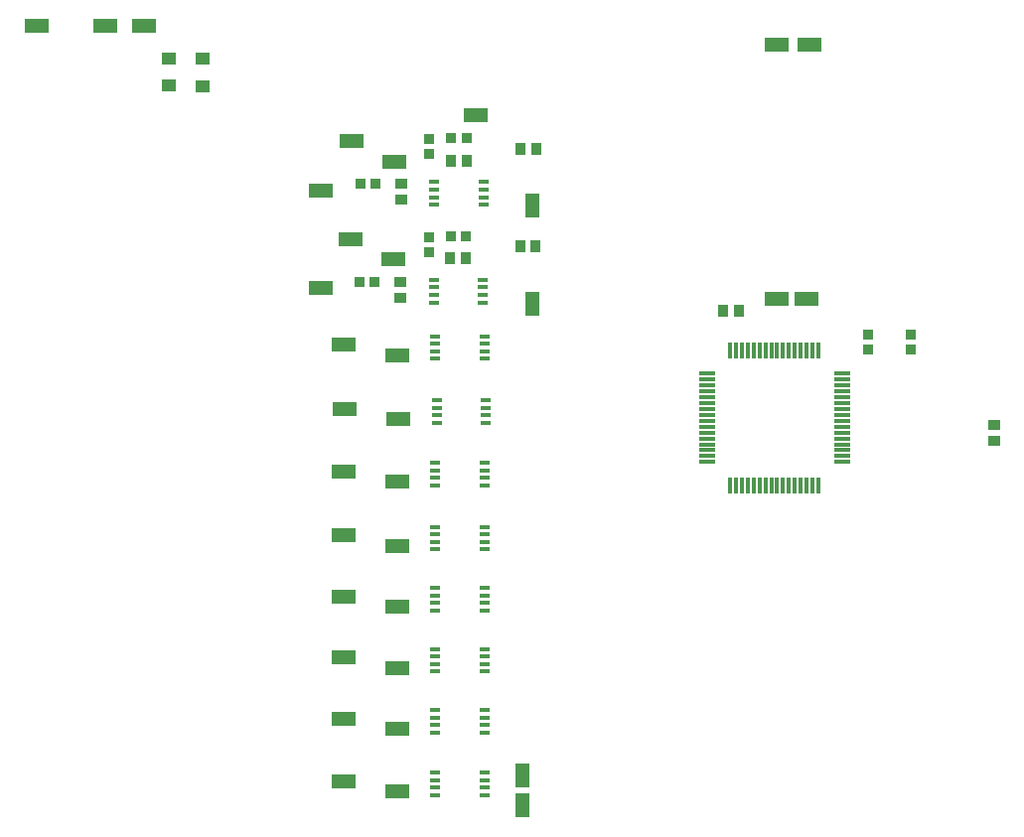
<source format=gtp>
%FSTAX23Y23*%
%MOIN*%
%SFA1B1*%

%IPPOS*%
%ADD15R,0.035430X0.039370*%
%ADD16R,0.080710X0.045280*%
%ADD17R,0.051180X0.043310*%
%ADD18R,0.039370X0.035430*%
%ADD19R,0.037400X0.033470*%
%ADD20R,0.011810X0.053150*%
%ADD21R,0.053150X0.011810*%
%ADD22R,0.035000X0.016540*%
%ADD23R,0.033470X0.037400*%
%ADD24R,0.045280X0.080710*%
%LNsg_can_board-1*%
%LPD*%
G54D15*
X02466Y0176D03*
X02519D03*
X01549Y01936D03*
X01602D03*
X01783Y01975D03*
X01836D03*
X01785Y02303D03*
X01839D03*
X01551Y02264D03*
X01604D03*
G54D16*
X02745Y018D03*
X02643D03*
X02644Y02654D03*
X02755D03*
X0137Y00145D03*
X0119Y00181D03*
X0137Y00355D03*
X0119Y00391D03*
X0137Y0097D03*
X0119Y01006D03*
X0137Y01185D03*
X0119Y01221D03*
X0137Y00765D03*
X0119Y00801D03*
X0137Y0056D03*
X0119Y00596D03*
X01375Y01395D03*
X01195Y01431D03*
X0137Y0161D03*
X0119Y01646D03*
X01359Y01932D03*
X01361Y0226D03*
X01216Y02D03*
X01219Y02328D03*
X01113Y01835D03*
X01115Y02163D03*
X01633Y02417D03*
X00522Y02715D03*
X0016D03*
X0039D03*
G54D17*
X00717Y02605D03*
Y02514D03*
X00603Y02607D03*
Y02516D03*
G54D18*
X03374Y01377D03*
Y01324D03*
X0138Y01804D03*
Y01857D03*
X01383Y02133D03*
Y02186D03*
G54D19*
X03096Y0168D03*
Y01629D03*
X02951Y0168D03*
Y01629D03*
X01477Y02007D03*
Y01956D03*
X01479Y02336D03*
Y02285D03*
G54D20*
X02784Y01626D03*
X02764D03*
X02745D03*
X02725D03*
X02705D03*
X02686D03*
X02666D03*
X02646D03*
X02627D03*
X02607D03*
X02587D03*
X02568D03*
X02548D03*
X02528D03*
X02509D03*
X02489D03*
Y01174D03*
X02509D03*
X02528D03*
X02548D03*
X02568D03*
X02587D03*
X02607D03*
X02627D03*
X02646D03*
X02666D03*
X02686D03*
X02705D03*
X02725D03*
X02745D03*
X02764D03*
X02784D03*
G54D21*
X0241Y01548D03*
Y01528D03*
Y01508D03*
Y01489D03*
Y01469D03*
Y01449D03*
Y0143D03*
Y0141D03*
Y0139D03*
Y0137D03*
Y01351D03*
Y01331D03*
Y01311D03*
Y01292D03*
Y01272D03*
Y01252D03*
X02863D03*
Y01272D03*
Y01292D03*
Y01311D03*
Y01331D03*
Y01351D03*
Y0137D03*
Y0139D03*
Y0141D03*
Y0143D03*
Y01449D03*
Y01469D03*
Y01489D03*
Y01508D03*
Y01528D03*
Y01548D03*
G54D22*
X01663Y01598D03*
Y01623D03*
Y01649D03*
Y01674D03*
X01498Y01598D03*
Y01623D03*
Y01649D03*
Y01674D03*
X01668Y01383D03*
Y01408D03*
Y01434D03*
Y01459D03*
X01503Y01383D03*
Y01408D03*
Y01434D03*
Y01459D03*
X01663Y01173D03*
Y01198D03*
Y01224D03*
Y01249D03*
X01498Y01173D03*
Y01198D03*
Y01224D03*
Y01249D03*
X01663Y00958D03*
Y00983D03*
Y01009D03*
Y01034D03*
X01498Y00958D03*
Y00983D03*
Y01009D03*
Y01034D03*
X01663Y00753D03*
Y00778D03*
Y00804D03*
Y00829D03*
X01498Y00753D03*
Y00778D03*
Y00804D03*
Y00829D03*
X01663Y00548D03*
Y00573D03*
Y00599D03*
Y00624D03*
X01498Y00548D03*
Y00573D03*
Y00599D03*
Y00624D03*
X01663Y00343D03*
Y00368D03*
Y00394D03*
Y00419D03*
X01498Y00343D03*
Y00368D03*
Y00394D03*
Y00419D03*
Y00209D03*
Y00184D03*
Y00158D03*
Y00133D03*
X01663Y00209D03*
Y00184D03*
Y00158D03*
Y00133D03*
X01658Y01787D03*
Y01813D03*
Y01838D03*
Y01864D03*
X01493Y01787D03*
Y01813D03*
Y01838D03*
Y01864D03*
X01661Y02116D03*
Y02141D03*
Y02167D03*
Y02193D03*
X01495Y02116D03*
Y02141D03*
Y02167D03*
Y02193D03*
G54D23*
X01245Y01857D03*
X01296D03*
X0155Y02011D03*
X01601D03*
X01552Y02339D03*
X01603D03*
X01298Y02186D03*
X01247D03*
G54D24*
X0179Y002D03*
Y001D03*
X01823Y01784D03*
X01825Y02113D03*
M02*
</source>
